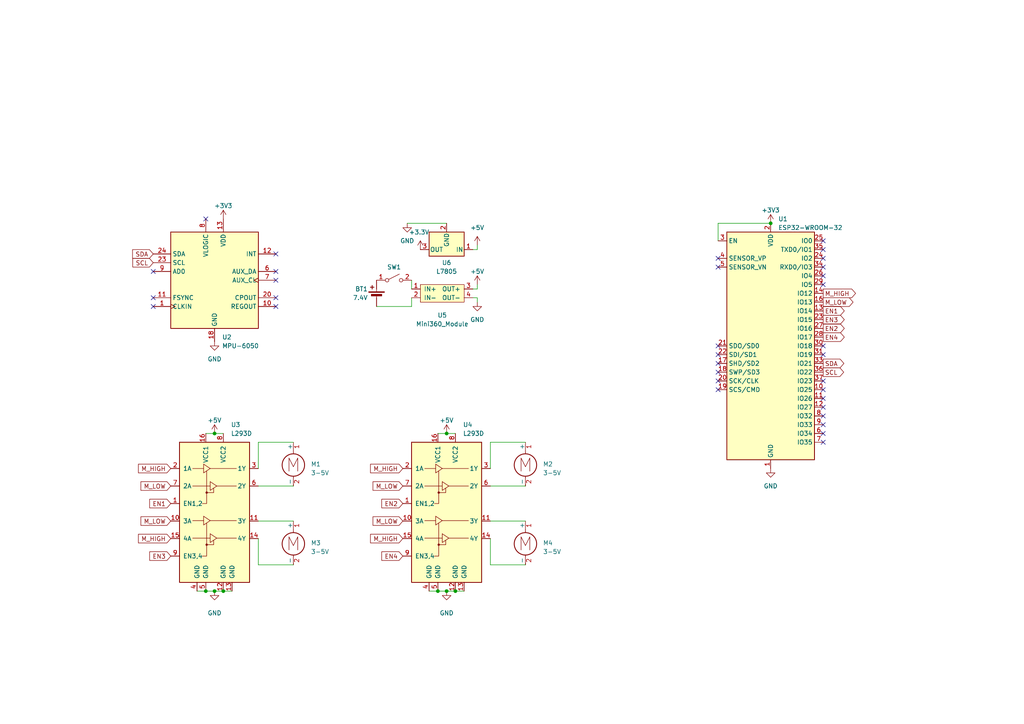
<source format=kicad_sch>
(kicad_sch (version 20230121) (generator eeschema)
  (paper "A4")
  (title_block (title "CheapCopter") (date "2023-10-20") (rev "0") (company "Filip Roček") (comment 1 "Initial drone and controller schematic"))
  (lib_symbols
    (symbol "Charles:Mini360_Module" (pin_names (offset 1.016))
      (property "Reference" "A" (at -6.35 3.81 0))
      (property "Value" "Mini360_Module" (at 5.08 3.81 0))
      (symbol "Mini360_Module_0_1"
        (rectangle (start -6.35 2.54) (end 6.35 -2.54) (fill (type background)))
      )
      (symbol "Mini360_Module_1_1"
        (pin power_in line (at -8.89 1.27 0) (length 2.54) (name "IN+") (number "1"))
        (pin power_in line (at -8.89 -1.27 0) (length 2.54) (name "IN-") (number "2"))
        (pin power_out line (at 8.89 1.27 180) (length 2.54) (name "OUT+") (number "3"))
        (pin power_in line (at 8.89 -1.27 180) (length 2.54) (name "OUT-") (number "4"))
      )
    )
    (symbol "Device:Battery_Cell" (pin_numbers hide) (pin_names (offset 0) hide)
      (property "Reference" "BT" (at 2.54 2.54 0))
      (property "Value" "Battery_Cell" (at 2.54 0 0))
      (symbol "Battery_Cell_0_1"
        (rectangle (start -2.286 1.778) (end 2.286 1.524) (fill (type outline)))
        (rectangle (start -1.524 1.016) (end 1.524 0.508) (fill (type outline)))
        (polyline (pts (xy 0 0.762) (xy 0 0)))
        (polyline (pts (xy 0 1.778) (xy 0 2.54)))
        (polyline (pts (xy 0.762 3.048) (xy 1.778 3.048)) (stroke (width 0.254)))
        (polyline (pts (xy 1.27 3.556) (xy 1.27 2.54)) (stroke (width 0.254)))
      )
      (symbol "Battery_Cell_1_1"
        (pin passive line (at 0 5.08 270) (length 2.54) (name "+") (number "1"))
        (pin passive line (at 0 -2.54 90) (length 2.54) (name "-") (number "2"))
      )
    )
    (symbol "Driver_Motor:L293D" (pin_names (offset 1.016))
      (property "Reference" "U" (at -5.08 26.035 0))
      (property "Value" "L293D" (at -5.08 24.13 0))
      (symbol "L293D_0_1"
        (rectangle (start -10.16 22.86) (end 10.16 -17.78) (stroke (width 0.254)) (fill (type background)))
        (circle (center -2.286 -6.858) (radius 0.254) (fill (type outline)))
        (circle (center -2.286 8.255) (radius 0.254) (fill (type outline)))
        (polyline (pts (xy -6.35 -4.953) (xy -1.27 -4.953)))
        (polyline (pts (xy -6.35 0.127) (xy -3.175 0.127)))
        (polyline (pts (xy -6.35 10.16) (xy -1.27 10.16)))
        (polyline (pts (xy -6.35 15.24) (xy -3.175 15.24)))
        (polyline (pts (xy -1.27 0.127) (xy 6.35 0.127)))
        (polyline (pts (xy -1.27 15.24) (xy 6.35 15.24)))
        (polyline (pts (xy 0.635 -4.953) (xy 6.35 -4.953)))
        (polyline (pts (xy 0.635 10.16) (xy 6.35 10.16)))
        (polyline (pts (xy -2.286 -6.858) (xy -0.254 -6.858) (xy -0.254 -5.588)))
        (polyline (pts (xy -2.286 -0.635) (xy -2.286 -10.16) (xy -3.556 -10.16)))
        (polyline (pts (xy -2.286 8.255) (xy -0.254 8.255) (xy -0.254 9.525)))
        (polyline (pts (xy -2.286 14.478) (xy -2.286 5.08) (xy -3.556 5.08)))
        (polyline (pts (xy -3.175 1.397) (xy -3.175 -1.143) (xy -1.27 0.127) (xy -3.175 1.397)))
        (polyline (pts (xy -3.175 16.51) (xy -3.175 13.97) (xy -1.27 15.24) (xy -3.175 16.51)))
        (polyline (pts (xy -1.27 -3.683) (xy -1.27 -6.223) (xy 0.635 -4.953) (xy -1.27 -3.683)))
        (polyline (pts (xy -1.27 11.43) (xy -1.27 8.89) (xy 0.635 10.16) (xy -1.27 11.43)))
      )
      (symbol "L293D_1_1"
        (pin input line (at -12.7 5.08 0) (length 2.54) (name "EN1,2") (number "1"))
        (pin input line (at -12.7 0 0) (length 2.54) (name "3A") (number "10"))
        (pin output line (at 12.7 0 180) (length 2.54) (name "3Y") (number "11"))
        (pin power_out line (at 2.54 -20.32 90) (length 2.54) (name "GND") (number "12"))
        (pin power_out line (at 5.08 -20.32 90) (length 2.54) (name "GND") (number "13"))
        (pin output line (at 12.7 -5.08 180) (length 2.54) (name "4Y") (number "14"))
        (pin input line (at -12.7 -5.08 0) (length 2.54) (name "4A") (number "15"))
        (pin power_in line (at -2.54 25.4 270) (length 2.54) (name "VCC1") (number "16"))
        (pin input line (at -12.7 15.24 0) (length 2.54) (name "1A") (number "2"))
        (pin output line (at 12.7 15.24 180) (length 2.54) (name "1Y") (number "3"))
        (pin power_out line (at -5.08 -20.32 90) (length 2.54) (name "GND") (number "4"))
        (pin power_out line (at -2.54 -20.32 90) (length 2.54) (name "GND") (number "5"))
        (pin output line (at 12.7 10.16 180) (length 2.54) (name "2Y") (number "6"))
        (pin input line (at -12.7 10.16 0) (length 2.54) (name "2A") (number "7"))
        (pin power_in line (at 2.54 25.4 270) (length 2.54) (name "VCC2") (number "8"))
        (pin input line (at -12.7 -10.16 0) (length 2.54) (name "EN3,4") (number "9"))
      )
    )
    (symbol "L293D_1" (pin_names (offset 1.016))
      (property "Reference" "U" (at -5.08 26.035 0))
      (property "Value" "L293D" (at -5.08 24.13 0))
      (symbol "L293D_1_0_1"
        (rectangle (start -10.16 22.86) (end 10.16 -17.78) (stroke (width 0.254)) (fill (type background)))
        (circle (center -2.286 -6.858) (radius 0.254) (fill (type outline)))
        (circle (center -2.286 8.255) (radius 0.254) (fill (type outline)))
        (polyline (pts (xy -6.35 -4.953) (xy -1.27 -4.953)))
        (polyline (pts (xy -6.35 0.127) (xy -3.175 0.127)))
        (polyline (pts (xy -6.35 10.16) (xy -1.27 10.16)))
        (polyline (pts (xy -6.35 15.24) (xy -3.175 15.24)))
        (polyline (pts (xy -1.27 0.127) (xy 6.35 0.127)))
        (polyline (pts (xy -1.27 15.24) (xy 6.35 15.24)))
        (polyline (pts (xy 0.635 -4.953) (xy 6.35 -4.953)))
        (polyline (pts (xy 0.635 10.16) (xy 6.35 10.16)))
        (polyline (pts (xy -2.286 -6.858) (xy -0.254 -6.858) (xy -0.254 -5.588)))
        (polyline (pts (xy -2.286 -0.635) (xy -2.286 -10.16) (xy -3.556 -10.16)))
        (polyline (pts (xy -2.286 8.255) (xy -0.254 8.255) (xy -0.254 9.525)))
        (polyline (pts (xy -2.286 14.478) (xy -2.286 5.08) (xy -3.556 5.08)))
        (polyline (pts (xy -3.175 1.397) (xy -3.175 -1.143) (xy -1.27 0.127) (xy -3.175 1.397)))
        (polyline (pts (xy -3.175 16.51) (xy -3.175 13.97) (xy -1.27 15.24) (xy -3.175 16.51)))
        (polyline (pts (xy -1.27 -3.683) (xy -1.27 -6.223) (xy 0.635 -4.953) (xy -1.27 -3.683)))
        (polyline (pts (xy -1.27 11.43) (xy -1.27 8.89) (xy 0.635 10.16) (xy -1.27 11.43)))
      )
      (symbol "L293D_1_1_1"
        (pin input line (at -12.7 5.08 0) (length 2.54) (name "EN1,2") (number "1"))
        (pin input line (at -12.7 0 0) (length 2.54) (name "3A") (number "10"))
        (pin output line (at 12.7 0 180) (length 2.54) (name "3Y") (number "11"))
        (pin power_out line (at 2.54 -20.32 90) (length 2.54) (name "GND") (number "12"))
        (pin power_out line (at 5.08 -20.32 90) (length 2.54) (name "GND") (number "13"))
        (pin output line (at 12.7 -5.08 180) (length 2.54) (name "4Y") (number "14"))
        (pin input line (at -12.7 -5.08 0) (length 2.54) (name "4A") (number "15"))
        (pin power_in line (at -2.54 25.4 270) (length 2.54) (name "VCC1") (number "16"))
        (pin input line (at -12.7 15.24 0) (length 2.54) (name "1A") (number "2"))
        (pin output line (at 12.7 15.24 180) (length 2.54) (name "1Y") (number "3"))
        (pin power_out line (at -5.08 -20.32 90) (length 2.54) (name "GND") (number "4"))
        (pin power_out line (at -2.54 -20.32 90) (length 2.54) (name "GND") (number "5"))
        (pin output line (at 12.7 10.16 180) (length 2.54) (name "2Y") (number "6"))
        (pin input line (at -12.7 10.16 0) (length 2.54) (name "2A") (number "7"))
        (pin power_in line (at 2.54 25.4 270) (length 2.54) (name "VCC2") (number "8"))
        (pin input line (at -12.7 -10.16 0) (length 2.54) (name "EN3,4") (number "9"))
      )
    )
    (symbol "Motor:Motor_DC" (pin_names (offset 0))
      (property "Reference" "M" (at 2.54 2.54 0))
      (property "Value" "Motor_DC" (at 2.54 -5.08 0))
      (symbol "Motor_DC_0_0"
        (polyline (pts (xy -1.27 -3.302) (xy -1.27 0.508) (xy 0 -2.032) (xy 1.27 0.508) (xy 1.27 -3.302)))
      )
      (symbol "Motor_DC_0_1"
        (circle (center 0 -1.524) (radius 3.2512) (stroke (width 0.254)))
        (polyline (pts (xy 0 -7.62) (xy 0 -7.112)))
        (polyline (pts (xy 0 -4.7752) (xy 0 -5.1816)))
        (polyline (pts (xy 0 1.7272) (xy 0 2.0828)))
        (polyline (pts (xy 0 2.032) (xy 0 2.54)))
      )
      (symbol "Motor_DC_1_1"
        (pin passive line (at 0 5.08 270) (length 2.54) (name "+") (number "1"))
        (pin passive line (at 0 -7.62 90) (length 2.54) (name "-") (number "2"))
      )
    )
    (symbol "RF_Module:ESP32-WROOM-32"
      (property "Reference" "U" (at -12.7 34.29 0))
      (property "Value" "ESP32-WROOM-32" (at 1.27 34.29 0))
      (symbol "ESP32-WROOM-32_0_1"
        (rectangle (start -12.7 33.02) (end 12.7 -33.02) (stroke (width 0.254)) (fill (type background)))
      )
      (symbol "ESP32-WROOM-32_1_1"
        (pin power_in line (at 0 -35.56 90) (length 2.54) (name "GND") (number "1"))
        (pin bidirectional line (at 15.24 -12.7 180) (length 2.54) (name "IO25") (number "10"))
        (pin bidirectional line (at 15.24 -15.24 180) (length 2.54) (name "IO26") (number "11"))
        (pin bidirectional line (at 15.24 -17.78 180) (length 2.54) (name "IO27") (number "12"))
        (pin bidirectional line (at 15.24 10.16 180) (length 2.54) (name "IO14") (number "13"))
        (pin bidirectional line (at 15.24 15.24 180) (length 2.54) (name "IO12") (number "14"))
        (pin passive line (at 0 -35.56 90) (length 2.54) hide (name "GND") (number "15"))
        (pin bidirectional line (at 15.24 12.7 180) (length 2.54) (name "IO13") (number "16"))
        (pin bidirectional line (at -15.24 -5.08 0) (length 2.54) (name "SHD/SD2") (number "17"))
        (pin bidirectional line (at -15.24 -7.62 0) (length 2.54) (name "SWP/SD3") (number "18"))
        (pin bidirectional line (at -15.24 -12.7 0) (length 2.54) (name "SCS/CMD") (number "19"))
        (pin power_in line (at 0 35.56 270) (length 2.54) (name "VDD") (number "2"))
        (pin bidirectional line (at -15.24 -10.16 0) (length 2.54) (name "SCK/CLK") (number "20"))
        (pin bidirectional line (at -15.24 0 0) (length 2.54) (name "SDO/SD0") (number "21"))
        (pin bidirectional line (at -15.24 -2.54 0) (length 2.54) (name "SDI/SD1") (number "22"))
        (pin bidirectional line (at 15.24 7.62 180) (length 2.54) (name "IO15") (number "23"))
        (pin bidirectional line (at 15.24 25.4 180) (length 2.54) (name "IO2") (number "24"))
        (pin bidirectional line (at 15.24 30.48 180) (length 2.54) (name "IO0") (number "25"))
        (pin bidirectional line (at 15.24 20.32 180) (length 2.54) (name "IO4") (number "26"))
        (pin bidirectional line (at 15.24 5.08 180) (length 2.54) (name "IO16") (number "27"))
        (pin bidirectional line (at 15.24 2.54 180) (length 2.54) (name "IO17") (number "28"))
        (pin bidirectional line (at 15.24 17.78 180) (length 2.54) (name "IO5") (number "29"))
        (pin input line (at -15.24 30.48 0) (length 2.54) (name "EN") (number "3"))
        (pin bidirectional line (at 15.24 0 180) (length 2.54) (name "IO18") (number "30"))
        (pin bidirectional line (at 15.24 -2.54 180) (length 2.54) (name "IO19") (number "31"))
        (pin no_connect line (at -12.7 -27.94 0) (length 2.54) hide (name "NC") (number "32"))
        (pin bidirectional line (at 15.24 -5.08 180) (length 2.54) (name "IO21") (number "33"))
        (pin bidirectional line (at 15.24 22.86 180) (length 2.54) (name "RXD0/IO3") (number "34"))
        (pin bidirectional line (at 15.24 27.94 180) (length 2.54) (name "TXD0/IO1") (number "35"))
        (pin bidirectional line (at 15.24 -7.62 180) (length 2.54) (name "IO22") (number "36"))
        (pin bidirectional line (at 15.24 -10.16 180) (length 2.54) (name "IO23") (number "37"))
        (pin passive line (at 0 -35.56 90) (length 2.54) hide (name "GND") (number "38"))
        (pin passive line (at 0 -35.56 90) (length 2.54) hide (name "GND") (number "39"))
        (pin input line (at -15.24 25.4 0) (length 2.54) (name "SENSOR_VP") (number "4"))
        (pin input line (at -15.24 22.86 0) (length 2.54) (name "SENSOR_VN") (number "5"))
        (pin input line (at 15.24 -25.4 180) (length 2.54) (name "IO34") (number "6"))
        (pin input line (at 15.24 -27.94 180) (length 2.54) (name "IO35") (number "7"))
        (pin bidirectional line (at 15.24 -20.32 180) (length 2.54) (name "IO32") (number "8"))
        (pin bidirectional line (at 15.24 -22.86 180) (length 2.54) (name "IO33") (number "9"))
      )
    )
    (symbol "Regulator_Linear:L7805" (pin_names (offset 0.254))
      (property "Reference" "U" (at -3.81 3.175 0))
      (property "Value" "L7805" (at 0 3.175 0))
      (symbol "L7805_0_1"
        (rectangle (start -5.08 1.905) (end 5.08 -5.08) (stroke (width 0.254)) (fill (type background)))
      )
      (symbol "L7805_1_1"
        (pin power_in line (at -7.62 0 0) (length 2.54) (name "IN") (number "1"))
        (pin power_in line (at 0 -7.62 90) (length 2.54) (name "GND") (number "2"))
        (pin power_out line (at 7.62 0 180) (length 2.54) (name "OUT") (number "3"))
      )
    )
    (symbol "Sensor_Motion:MPU-6050"
      (property "Reference" "U" (at -11.43 13.97 0))
      (property "Value" "MPU-6050" (at 7.62 -15.24 0))
      (symbol "MPU-6050_0_0"
        (text "" (at 12.7 -2.54 0) (effects (font (size 1.27 1.27))))
      )
      (symbol "MPU-6050_0_1"
        (rectangle (start -12.7 13.97) (end 12.7 -13.97) (stroke (width 0.254)) (fill (type background)))
      )
      (symbol "MPU-6050_1_1"
        (pin input clock (at -17.78 -7.62 0) (length 5.08) (name "CLKIN") (number "1"))
        (pin passive line (at 17.78 -7.62 180) (length 5.08) (name "REGOUT") (number "10"))
        (pin input line (at -17.78 -5.08 0) (length 5.08) (name "FSYNC") (number "11"))
        (pin output line (at 17.78 7.62 180) (length 5.08) (name "INT") (number "12"))
        (pin power_in line (at 2.54 17.78 270) (length 3.81) (name "VDD") (number "13"))
        (pin no_connect line (at -12.7 -10.16 0) (length 2.54) hide (name "NC") (number "14"))
        (pin no_connect line (at 12.7 12.7 180) (length 2.54) hide (name "NC") (number "15"))
        (pin no_connect line (at 12.7 10.16 180) (length 2.54) hide (name "NC") (number "16"))
        (pin no_connect line (at 12.7 5.08 180) (length 2.54) hide (name "NC") (number "17"))
        (pin power_out line (at 0 -17.78 90) (length 3.81) (name "GND") (number "18"))
        (pin no_connect line (at 12.7 -10.16 180) (length 2.54) hide (name "RESV") (number "19"))
        (pin no_connect line (at -12.7 12.7 0) (length 2.54) hide (name "NC") (number "2"))
        (pin passive line (at 17.78 -5.08 180) (length 5.08) (name "CPOUT") (number "20"))
        (pin no_connect line (at 12.7 -2.54 180) (length 2.54) hide (name "RESV") (number "21"))
        (pin no_connect line (at 12.7 -12.7 180) (length 2.54) hide (name "RESV") (number "22"))
        (pin input line (at -17.78 5.08 0) (length 5.08) (name "SCL") (number "23"))
        (pin bidirectional line (at -17.78 7.62 0) (length 5.08) (name "SDA") (number "24"))
        (pin no_connect line (at -12.7 10.16 0) (length 2.54) hide (name "NC") (number "3"))
        (pin no_connect line (at -12.7 0 0) (length 2.54) hide (name "NC") (number "4"))
        (pin no_connect line (at -12.7 -2.54 0) (length 2.54) hide (name "NC") (number "5"))
        (pin bidirectional line (at 17.78 2.54 180) (length 5.08) (name "AUX_DA") (number "6"))
        (pin output clock (at 17.78 0 180) (length 5.08) (name "AUX_CL") (number "7"))
        (pin power_in line (at -2.54 17.78 270) (length 3.81) (name "VLOGIC") (number "8"))
        (pin input line (at -17.78 2.54 0) (length 5.08) (name "AD0") (number "9"))
      )
    )
    (symbol "Switch:SW_SPST" (pin_names (offset 0) hide)
      (property "Reference" "SW" (at 0 3.175 0))
      (property "Value" "SW_SPST" (at 0 -2.54 0))
      (symbol "SW_SPST_0_0"
        (circle (center -2.032 0) (radius 0.508))
        (polyline (pts (xy -1.524 0.254) (xy 1.524 1.778)))
        (circle (center 2.032 0) (radius 0.508))
      )
      (symbol "SW_SPST_1_1"
        (pin passive line (at -5.08 0 0) (length 2.54) (name "A") (number "1"))
        (pin passive line (at 5.08 0 180) (length 2.54) (name "B") (number "2"))
      )
    )
    (symbol "power:+3.3V" (power) (pin_names (offset 0))
      (property "Value" "+3.3V" (at 0 3.556 0))
      (symbol "+3.3V_0_1"
        (polyline (pts (xy -0.762 1.27) (xy 0 2.54)))
        (polyline (pts (xy 0 0) (xy 0 2.54)))
        (polyline (pts (xy 0 2.54) (xy 0.762 1.27)))
      )
      (symbol "+3.3V_1_1"
        (pin power_in line (at 0 0 90) (length 0) hide (name "+3.3V") (number "1"))
      )
    )
    (symbol "power:+3V3" (power) (pin_names (offset 0))
      (property "Value" "+3V3" (at 0 3.556 0))
      (symbol "+3V3_0_1"
        (polyline (pts (xy -0.762 1.27) (xy 0 2.54)))
        (polyline (pts (xy 0 0) (xy 0 2.54)))
        (polyline (pts (xy 0 2.54) (xy 0.762 1.27)))
      )
      (symbol "+3V3_1_1"
        (pin power_in line (at 0 0 90) (length 0) hide (name "+3V3") (number "1"))
      )
    )
    (symbol "power:+5V" (power) (pin_names (offset 0))
      (property "Value" "+5V" (at 0 3.556 0))
      (symbol "+5V_0_1"
        (polyline (pts (xy -0.762 1.27) (xy 0 2.54)))
        (polyline (pts (xy 0 0) (xy 0 2.54)))
        (polyline (pts (xy 0 2.54) (xy 0.762 1.27)))
      )
      (symbol "+5V_1_1"
        (pin power_in line (at 0 0 90) (length 0) hide (name "+5V") (number "1"))
      )
    )
    (symbol "power:GND" (power) (pin_names (offset 0))
      (property "Value" "GND" (at 0 -3.81 0))
      (symbol "GND_0_1"
        (polyline (pts (xy 0 0) (xy 0 -1.27) (xy 1.27 -1.27) (xy 0 -2.54) (xy -1.27 -1.27) (xy 0 -1.27)))
      )
      (symbol "GND_1_1"
        (pin power_in line (at 0 0 270) (length 0) hide (name "GND") (number "1"))
      )
    )
  )
  (junction (at 223.52 64.77))
  (junction (at 64.77 171.45))
  (junction (at 59.69 171.45))
  (junction (at 127 171.45))
  (junction (at 62.23 125.73))
  (junction (at 132.08 171.45))
  (junction (at 62.23 171.45))
  (junction (at 129.54 125.73))
  (junction (at 129.54 171.45))
  (no_connect (at 238.76 128.27))
  (no_connect (at 80.01 73.66))
  (no_connect (at 238.76 80.01))
  (no_connect (at 208.28 77.47))
  (no_connect (at 208.28 110.49))
  (no_connect (at 208.28 107.95))
  (no_connect (at 238.76 113.03))
  (no_connect (at 238.76 102.87))
  (no_connect (at 238.76 82.55))
  (no_connect (at 208.28 100.33))
  (no_connect (at 238.76 115.57))
  (no_connect (at 44.45 88.9))
  (no_connect (at 208.28 74.93))
  (no_connect (at 238.76 118.11))
  (no_connect (at 238.76 110.49))
  (no_connect (at 238.76 123.19))
  (no_connect (at 208.28 113.03))
  (no_connect (at 238.76 100.33))
  (no_connect (at 80.01 88.9))
  (no_connect (at 238.76 77.47))
  (no_connect (at 59.69 63.5))
  (no_connect (at 208.28 102.87))
  (no_connect (at 238.76 72.39))
  (no_connect (at 238.76 125.73))
  (no_connect (at 44.45 78.74))
  (no_connect (at 238.76 74.93))
  (no_connect (at 80.01 81.28))
  (no_connect (at 238.76 120.65))
  (no_connect (at 238.76 69.85))
  (no_connect (at 208.28 105.41))
  (no_connect (at 44.45 86.36))
  (no_connect (at 80.01 86.36))
  (no_connect (at 80.01 78.74))
  (wire (pts (xy 142.24 140.97) (xy 152.4 140.97)))
  (wire (pts (xy 124.46 171.45) (xy 127 171.45)))
  (wire (pts (xy 59.69 171.45) (xy 62.23 171.45)))
  (wire (pts (xy 127 171.45) (xy 129.54 171.45)))
  (wire (pts (xy 142.24 151.13) (xy 152.4 151.13)))
  (wire (pts (xy 208.28 64.77) (xy 223.52 64.77)))
  (wire (pts (xy 137.16 86.36) (xy 138.43 86.36)))
  (wire (pts (xy 142.24 163.83) (xy 152.4 163.83)))
  (wire (pts (xy 119.38 81.28) (xy 119.38 83.82)))
  (wire (pts (xy 142.24 135.89) (xy 142.24 128.27)))
  (wire (pts (xy 208.28 69.85) (xy 208.28 64.77)))
  (wire (pts (xy 142.24 128.27) (xy 152.4 128.27)))
  (wire (pts (xy 74.93 140.97) (xy 85.09 140.97)))
  (wire (pts (xy 138.43 86.36) (xy 138.43 87.63)))
  (wire (pts (xy 64.77 171.45) (xy 67.31 171.45)))
  (wire (pts (xy 138.43 72.39) (xy 137.16 72.39)))
  (wire (pts (xy 137.16 83.82) (xy 138.43 83.82)))
  (wire (pts (xy 74.93 128.27) (xy 85.09 128.27)))
  (wire (pts (xy 129.54 171.45) (xy 132.08 171.45)))
  (wire (pts (xy 119.38 88.9) (xy 119.38 86.36)))
  (wire (pts (xy 74.93 135.89) (xy 74.93 128.27)))
  (wire (pts (xy 132.08 171.45) (xy 134.62 171.45)))
  (wire (pts (xy 138.43 71.12) (xy 138.43 72.39)))
  (wire (pts (xy 59.69 125.73) (xy 62.23 125.73)))
  (wire (pts (xy 129.54 125.73) (xy 132.08 125.73)))
  (wire (pts (xy 62.23 171.45) (xy 64.77 171.45)))
  (wire (pts (xy 109.22 88.9) (xy 119.38 88.9)))
  (wire (pts (xy 142.24 156.21) (xy 142.24 163.83)))
  (wire (pts (xy 118.11 64.77) (xy 129.54 64.77)))
  (wire (pts (xy 74.93 151.13) (xy 85.09 151.13)))
  (wire (pts (xy 74.93 156.21) (xy 74.93 163.83)))
  (wire (pts (xy 138.43 83.82) (xy 138.43 82.55)))
  (wire (pts (xy 62.23 125.73) (xy 64.77 125.73)))
  (wire (pts (xy 57.15 171.45) (xy 59.69 171.45)))
  (wire (pts (xy 74.93 163.83) (xy 85.09 163.83)))
  (wire (pts (xy 127 125.73) (xy 129.54 125.73)))
  (global_label "SCL" (shape output) (at 238.76 107.95 0) (property "Intersheetrefs" "${INTERSHEET_REFS}" (effects hide)))
  (global_label "M_LOW" (shape input) (at 49.53 140.97 180) (property "Intersheetrefs" "${INTERSHEET_REFS}" (effects hide)))
  (global_label "M_LOW" (shape input) (at 116.84 140.97 180) (property "Intersheetrefs" "${INTERSHEET_REFS}" (effects hide)))
  (global_label "EN4" (shape input) (at 116.84 161.29 180) (property "Intersheetrefs" "${INTERSHEET_REFS}" (effects hide)))
  (global_label "EN3" (shape input) (at 49.53 161.29 180) (property "Intersheetrefs" "${INTERSHEET_REFS}" (effects hide)))
  (global_label "EN1" (shape output) (at 238.76 90.17 0) (property "Intersheetrefs" "${INTERSHEET_REFS}" (effects hide)))
  (global_label "EN4" (shape output) (at 238.76 97.79 0) (property "Intersheetrefs" "${INTERSHEET_REFS}" (effects hide)))
  (global_label "M_HIGH" (shape input) (at 49.53 156.21 180) (property "Intersheetrefs" "${INTERSHEET_REFS}" (effects hide)))
  (global_label "SDA" (shape output) (at 238.76 105.41 0) (property "Intersheetrefs" "${INTERSHEET_REFS}" (effects hide)))
  (global_label "EN3" (shape output) (at 238.76 92.71 0) (property "Intersheetrefs" "${INTERSHEET_REFS}" (effects hide)))
  (global_label "EN1" (shape input) (at 49.53 146.05 180) (property "Intersheetrefs" "${INTERSHEET_REFS}" (effects hide)))
  (global_label "M_HIGH" (shape input) (at 49.53 135.89 180) (property "Intersheetrefs" "${INTERSHEET_REFS}" (effects hide)))
  (global_label "M_HIGH" (shape input) (at 116.84 135.89 180) (property "Intersheetrefs" "${INTERSHEET_REFS}" (effects hide)))
  (global_label "M_HIGH" (shape output) (at 238.76 85.09 0) (property "Intersheetrefs" "${INTERSHEET_REFS}" (effects hide)))
  (global_label "EN2" (shape input) (at 116.84 146.05 180) (property "Intersheetrefs" "${INTERSHEET_REFS}" (effects hide)))
  (global_label "SCL" (shape input) (at 44.45 76.2 180) (property "Intersheetrefs" "${INTERSHEET_REFS}" (effects hide)))
  (global_label "M_LOW" (shape input) (at 116.84 151.13 180) (property "Intersheetrefs" "${INTERSHEET_REFS}" (effects hide)))
  (global_label "SDA" (shape input) (at 44.45 73.66 180) (property "Intersheetrefs" "${INTERSHEET_REFS}" (effects hide)))
  (global_label "M_LOW" (shape input) (at 49.53 151.13 180) (property "Intersheetrefs" "${INTERSHEET_REFS}" (effects hide)))
  (global_label "EN2" (shape output) (at 238.76 95.25 0) (property "Intersheetrefs" "${INTERSHEET_REFS}" (effects hide)))
  (global_label "M_HIGH" (shape input) (at 116.84 156.21 180) (property "Intersheetrefs" "${INTERSHEET_REFS}" (effects hide)))
  (global_label "M_LOW" (shape output) (at 238.76 87.63 0) (property "Intersheetrefs" "${INTERSHEET_REFS}" (effects hide)))
  (symbol (lib_id "power:+3.3V") (at 121.92 72.39 0) (unit 1)
    (property "Reference" "#PWR023" (effects hide))
    (property "Value" "+3.3V" (at 121.5571 67.3484 0))
  )
  (symbol (lib_id "power:GND") (at 62.23 171.45 0) (unit 1)
    (property "Reference" "#PWR020" (effects hide))
    (property "Value" "GND" (at 62.23 177.8 0))
  )
  (symbol (lib_id "Regulator_Linear:L7805") (at 129.54 72.39 180) (unit 1)
    (property "Reference" "U6" (at 129.54 76.2 0))
    (property "Value" "L7805" (at 129.54 78.74 0))
    (property "Footprint" "Transformer_THT:TO255P1020X450X2000-3" (effects hide))
    (property "Datasheet" "http://www.st.com/content/ccc/resource/technical/document/datasheet/41/4f/b3/b0/12/d4/47/88/CD00000444.pdf/files/CD00000444.pdf/jcr:content/translations/en.CD00000444.pdf" (effects hide))
  )
  (symbol (lib_id "power:GND") (at 129.54 171.45 0) (unit 1)
    (property "Reference" "#PWR04" (effects hide))
    (property "Value" "GND" (at 129.54 177.8 0))
  )
  (symbol (lib_id "Device:Battery_Cell") (at 109.22 86.36 0) (mirror y) (unit 1)
    (property "Reference" "BT1" (at 106.68 83.82 0) (effects (justify left)))
    (property "Value" "7.4V" (at 106.68 86.36 0) (effects (justify left)))
    (property "Footprint" "Connector_JST:JST_XH_B3B-XH-A_1x03_P2.50mm_Vertical" (effects hide))
  )
  (symbol (lib_id "Sensor_Motion:MPU-6050") (at 62.23 81.28 0) (unit 1)
    (property "Reference" "U2" (at 64.4241 97.79 0) (effects (justify left)))
    (property "Value" "MPU-6050" (at 64.4241 100.33 0) (effects (justify left)))
    (property "Footprint" "Connector_PinHeader_2.54mm:PinHeader_1x08_P2.54mm_Vertical" (effects hide))
    (property "Datasheet" "https://invensense.tdk.com/wp-content/uploads/2015/02/MPU-6000-Datasheet1.pdf" (effects hide))
  )
  (symbol (lib_id "Motor:Motor_DC") (at 85.09 156.21 0) (unit 1)
    (property "Reference" "M3" (at 90.17 157.48 0) (effects (justify left)))
    (property "Value" "3-5V" (at 90.17 160.02 0) (effects (justify left)))
    (property "Footprint" "Connector_JST:JST_XH_B2B-XH-A_1x02_P2.50mm_Vertical" (effects hide))
  )
  (symbol (lib_id "Charles:Mini360_Module") (at 128.27 85.09 0) (unit 1)
    (property "Reference" "U5" (at 128.27 91.44 0))
    (property "Value" "Mini360_Module" (at 128.27 93.98 0))
    (property "Footprint" "Charles:Mini360_Module" (effects hide))
  )
  (symbol (lib_id "Motor:Motor_DC") (at 85.09 133.35 0) (unit 1)
    (property "Reference" "M1" (at 90.17 134.62 0) (effects (justify left)))
    (property "Value" "3-5V" (at 90.17 137.16 0) (effects (justify left)))
    (property "Footprint" "Connector_JST:JST_XH_B2B-XH-A_1x02_P2.50mm_Vertical" (effects hide))
  )
  (symbol (lib_id "RF_Module:ESP32-WROOM-32") (at 223.52 100.33 0) (unit 1)
    (property "Reference" "U1" (at 225.7141 63.5 0) (effects (justify left)))
    (property "Value" "ESP32-WROOM-32" (at 225.7141 66.04 0) (effects (justify left)))
    (property "Footprint" "RF_Module:ESP32-WROOM-32" (effects hide))
    (property "Datasheet" "https://www.espressif.com/sites/default/files/documentation/esp32-wroom-32_datasheet_en.pdf" (effects hide))
  )
  (symbol (lib_id "power:+5V") (at 129.54 125.73 0) (unit 1)
    (property "Reference" "#PWR018" (effects hide))
    (property "Value" "+5V" (at 129.54 121.92 0))
  )
  (symbol (lib_id "power:GND") (at 62.23 99.06 0) (unit 1)
    (property "Reference" "#PWR01" (effects hide))
    (property "Value" "GND" (at 62.23 104.14 0))
  )
  (symbol (lib_id "power:+5V") (at 62.23 125.73 0) (unit 1)
    (property "Reference" "#PWR016" (effects hide))
    (property "Value" "+5V" (at 62.23 121.92 0))
  )
  (symbol (lib_id "Motor:Motor_DC") (at 152.4 133.35 0) (unit 1)
    (property "Reference" "M2" (at 157.48 134.62 0) (effects (justify left)))
    (property "Value" "3-5V" (at 157.48 137.16 0) (effects (justify left)))
    (property "Footprint" "Connector_JST:JST_XH_B2B-XH-A_1x02_P2.50mm_Vertical" (effects hide))
  )
  (symbol (lib_id "Driver_Motor:L293D") (at 129.54 151.13 0) (unit 1)
    (property "Reference" "U4" (at 134.2741 123.19 0) (effects (justify left)))
    (property "Value" "L293D" (at 134.2741 125.73 0) (effects (justify left)))
    (property "Footprint" "Package_DIP:DIP-16_W7.62mm" (effects hide))
    (property "Datasheet" "http://www.ti.com/lit/ds/symlink/l293.pdf" (effects hide))
  )
  (symbol (lib_id "power:+5V") (at 138.43 82.55 0) (unit 1)
    (property "Reference" "#PWR07" (effects hide))
    (property "Value" "+5V" (at 138.43 78.74 0))
  )
  (symbol (lib_id "power:GND") (at 118.11 64.77 0) (unit 1)
    (property "Reference" "#PWR026" (effects hide))
    (property "Value" "GND" (at 118.11 69.85 0))
  )
  (symbol (lib_id "Switch:SW_SPST") (at 114.3 81.28 0) (unit 1)
    (property "Reference" "SW1" (at 114.3 77.47 0))
    (property "Value" "~" (at 114.3 77.47 0))
    (property "Footprint" "Connector_PinHeader_2.54mm:PinHeader_1x03_P2.54mm_Vertical" (effects hide))
  )
  (symbol (lib_id "power:+3V3") (at 223.52 64.77 0) (unit 1)
    (property "Reference" "#PWR017" (effects hide))
    (property "Value" "+3V3" (at 223.52 60.96 0))
  )
  (symbol (lib_id "power:+5V") (at 138.43 71.12 0) (unit 1)
    (property "Reference" "#PWR022" (effects hide))
    (property "Value" "+5V" (at 138.43 66.04 0))
  )
  (symbol (lib_id "power:GND") (at 223.52 135.89 0) (unit 1)
    (property "Reference" "#PWR03" (effects hide))
    (property "Value" "GND" (at 223.52 140.97 0))
  )
  (symbol (lib_id "power:GND") (at 138.43 87.63 0) (unit 1)
    (property "Reference" "#PWR06" (effects hide))
    (property "Value" "GND" (at 138.43 92.71 0))
  )
  (symbol (lib_id "power:+3V3") (at 64.77 63.5 0) (unit 1)
    (property "Reference" "#PWR02" (effects hide))
    (property "Value" "+3V3" (at 64.77 59.69 0))
  )
  (symbol (lib_name "L293D_1") (lib_id "Driver_Motor:L293D") (at 62.23 151.13 0) (unit 1)
    (property "Reference" "U3" (at 66.9641 123.19 0) (effects (justify left)))
    (property "Value" "L293D" (at 66.9641 125.73 0) (effects (justify left)))
    (property "Footprint" "Package_DIP:DIP-16_W7.62mm" (effects hide))
    (property "Datasheet" "http://www.ti.com/lit/ds/symlink/l293.pdf" (effects hide))
  )
  (symbol (lib_id "Motor:Motor_DC") (at 152.4 156.21 0) (unit 1)
    (property "Reference" "M4" (at 157.48 157.48 0) (effects (justify left)))
    (property "Value" "3-5V" (at 157.48 160.02 0) (effects (justify left)))
    (property "Footprint" "Connector_JST:JST_XH_B2B-XH-A_1x02_P2.50mm_Vertical" (effects hide))
  )
)
</source>
